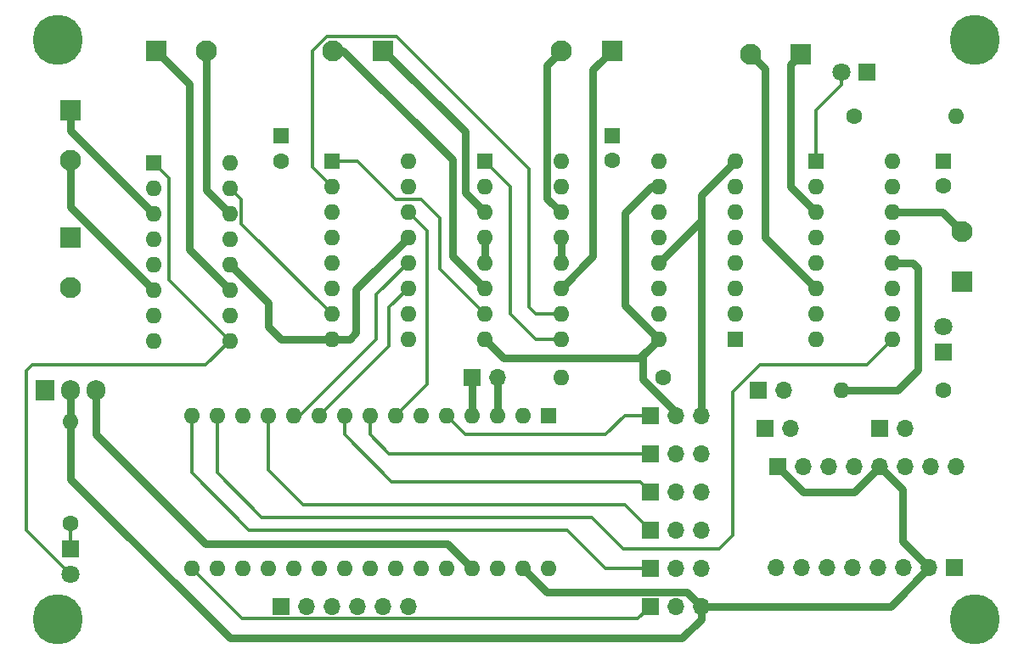
<source format=gbr>
%TF.GenerationSoftware,KiCad,Pcbnew,7.0.2*%
%TF.CreationDate,2023-05-15T21:07:48+08:00*%
%TF.ProjectId,____,5ffb7408-2e6b-4696-9361-645f70636258,rev?*%
%TF.SameCoordinates,Original*%
%TF.FileFunction,Copper,L1,Top*%
%TF.FilePolarity,Positive*%
%FSLAX46Y46*%
G04 Gerber Fmt 4.6, Leading zero omitted, Abs format (unit mm)*
G04 Created by KiCad (PCBNEW 7.0.2) date 2023-05-15 21:07:48*
%MOMM*%
%LPD*%
G01*
G04 APERTURE LIST*
%TA.AperFunction,ComponentPad*%
%ADD10R,1.700000X1.700000*%
%TD*%
%TA.AperFunction,ComponentPad*%
%ADD11O,1.700000X1.700000*%
%TD*%
%TA.AperFunction,ComponentPad*%
%ADD12R,1.600000X1.600000*%
%TD*%
%TA.AperFunction,ComponentPad*%
%ADD13O,1.600000X1.600000*%
%TD*%
%TA.AperFunction,ComponentPad*%
%ADD14R,2.100000X2.100000*%
%TD*%
%TA.AperFunction,ComponentPad*%
%ADD15C,2.100000*%
%TD*%
%TA.AperFunction,ComponentPad*%
%ADD16C,1.600000*%
%TD*%
%TA.AperFunction,ComponentPad*%
%ADD17R,1.800000X1.800000*%
%TD*%
%TA.AperFunction,ComponentPad*%
%ADD18C,1.800000*%
%TD*%
%TA.AperFunction,ComponentPad*%
%ADD19R,1.905000X2.000000*%
%TD*%
%TA.AperFunction,ComponentPad*%
%ADD20O,1.905000X2.000000*%
%TD*%
%TA.AperFunction,ViaPad*%
%ADD21C,5.000000*%
%TD*%
%TA.AperFunction,Conductor*%
%ADD22C,0.762000*%
%TD*%
%TA.AperFunction,Conductor*%
%ADD23C,0.304800*%
%TD*%
G04 APERTURE END LIST*
D10*
%TO.P,J14,1,Pin_1*%
%TO.N,/nano_A0*%
X63500000Y-92710000D03*
D11*
%TO.P,J14,2,Pin_2*%
%TO.N,/nano_A1*%
X66040000Y-92710000D03*
%TO.P,J14,3,Pin_3*%
%TO.N,/nano_A2*%
X68580000Y-92710000D03*
%TO.P,J14,4,Pin_4*%
%TO.N,/nano_A3*%
X71120000Y-92710000D03*
%TO.P,J14,5,Pin_5*%
%TO.N,/nano_A6*%
X73660000Y-92710000D03*
%TO.P,J14,6,Pin_6*%
%TO.N,/nano_A7*%
X76200000Y-92710000D03*
%TD*%
D10*
%TO.P,J7,1,Pin_1*%
%TO.N,GND*%
X123190000Y-74930000D03*
D11*
%TO.P,J7,2,Pin_2*%
%TO.N,/esp32_GPI0*%
X125730000Y-74930000D03*
%TD*%
D12*
%TO.P,U7,1,EN1\u002C2*%
%TO.N,/motor5_speed*%
X116840000Y-48260000D03*
D13*
%TO.P,U7,2,1A*%
%TO.N,/motor5_A*%
X116840000Y-50800000D03*
%TO.P,U7,3,1Y*%
%TO.N,/shoot+*%
X116840000Y-53340000D03*
%TO.P,U7,4,GND*%
%TO.N,GND*%
X116840000Y-55880000D03*
%TO.P,U7,5,GND*%
X116840000Y-58420000D03*
%TO.P,U7,6,2Y*%
%TO.N,/shoot-*%
X116840000Y-60960000D03*
%TO.P,U7,7,2A*%
%TO.N,/motor5_B*%
X116840000Y-63500000D03*
%TO.P,U7,8,VCC2*%
%TO.N,+5V*%
X116840000Y-66040000D03*
%TO.P,U7,9,EN3\u002C4*%
%TO.N,/motor6_speed*%
X124460000Y-66040000D03*
%TO.P,U7,10,3A*%
%TO.N,/motor6_A*%
X124460000Y-63500000D03*
%TO.P,U7,11,3Y*%
%TO.N,/tilt+*%
X124460000Y-60960000D03*
%TO.P,U7,12,GND*%
%TO.N,GND*%
X124460000Y-58420000D03*
%TO.P,U7,13,GND*%
X124460000Y-55880000D03*
%TO.P,U7,14,4Y*%
%TO.N,/tilt-*%
X124460000Y-53340000D03*
%TO.P,U7,15,4A*%
%TO.N,/motor6_B*%
X124460000Y-50800000D03*
%TO.P,U7,16,VCC1*%
%TO.N,+12V*%
X124460000Y-48260000D03*
%TD*%
D14*
%TO.P,J16,1,Pin_1*%
%TO.N,/motorRF+*%
X96520000Y-37236400D03*
D15*
%TO.P,J16,2,Pin_2*%
%TO.N,/motorRF-*%
X91520000Y-37236400D03*
%TD*%
D10*
%TO.P,J4,1,Pin_1*%
%TO.N,/nano_RX*%
X111760000Y-74930000D03*
D11*
%TO.P,J4,2,Pin_2*%
%TO.N,/esp32_TX*%
X114300000Y-74930000D03*
%TD*%
D16*
%TO.P,R2,1*%
%TO.N,Net-(D1-K)*%
X42545000Y-84455000D03*
D13*
%TO.P,R2,2*%
%TO.N,GND*%
X42545000Y-74295000D03*
%TD*%
D12*
%TO.P,U3,1,QB*%
%TO.N,/motor1_B*%
X68580000Y-48260000D03*
D13*
%TO.P,U3,2,QC*%
%TO.N,/motor2_A*%
X68580000Y-50800000D03*
%TO.P,U3,3,QD*%
%TO.N,/motor2_B*%
X68580000Y-53340000D03*
%TO.P,U3,4,QE*%
%TO.N,/motor3_A*%
X68580000Y-55880000D03*
%TO.P,U3,5,QF*%
%TO.N,/motor3_B*%
X68580000Y-58420000D03*
%TO.P,U3,6,QG*%
%TO.N,/motor4_A*%
X68580000Y-60960000D03*
%TO.P,U3,7,QH*%
%TO.N,/motor4_B*%
X68580000Y-63500000D03*
%TO.P,U3,8,GND*%
%TO.N,GND*%
X68580000Y-66040000D03*
%TO.P,U3,9,QH'*%
%TO.N,Net-(U3-QH')*%
X76200000Y-66040000D03*
%TO.P,U3,10,~{SRCLR}*%
%TO.N,+5V*%
X76200000Y-63500000D03*
%TO.P,U3,11,SRCLK*%
%TO.N,/595SCLK*%
X76200000Y-60960000D03*
%TO.P,U3,12,RCLK*%
%TO.N,/595RCLK*%
X76200000Y-58420000D03*
%TO.P,U3,13,~{OE}*%
%TO.N,GND*%
X76200000Y-55880000D03*
%TO.P,U3,14,SER*%
%TO.N,/signal_595*%
X76200000Y-53340000D03*
%TO.P,U3,15,QA*%
%TO.N,/motor1_A*%
X76200000Y-50800000D03*
%TO.P,U3,16,VCC*%
%TO.N,+5V*%
X76200000Y-48260000D03*
%TD*%
D10*
%TO.P,J6,1,Pin_1*%
%TO.N,GND*%
X82550000Y-69850000D03*
D11*
%TO.P,J6,2,Pin_2*%
%TO.N,/nano_reset*%
X85090000Y-69850000D03*
%TD*%
D14*
%TO.P,J15,1,Pin_1*%
%TO.N,/motorLF+*%
X73685400Y-37236400D03*
D15*
%TO.P,J15,2,Pin_2*%
%TO.N,/motorLF-*%
X68685400Y-37236400D03*
%TD*%
D12*
%TO.P,C1,1*%
%TO.N,+12V*%
X63500000Y-45760000D03*
D16*
%TO.P,C1,2*%
%TO.N,GND*%
X63500000Y-48260000D03*
%TD*%
D14*
%TO.P,J18,1,Pin_1*%
%TO.N,/motorRB+*%
X51077100Y-37283200D03*
D15*
%TO.P,J18,2,Pin_2*%
%TO.N,/motorRB-*%
X56077100Y-37283200D03*
%TD*%
D17*
%TO.P,D3,1,K*%
%TO.N,Net-(D3-K)*%
X129540000Y-67310000D03*
D18*
%TO.P,D3,2,A*%
%TO.N,/motor6_speed*%
X129540000Y-64770000D03*
%TD*%
D12*
%TO.P,U4,1,QB*%
%TO.N,/motor5_B*%
X108800000Y-66040000D03*
D13*
%TO.P,U4,2,QC*%
%TO.N,/motor6_A*%
X108800000Y-63500000D03*
%TO.P,U4,3,QD*%
%TO.N,/motor6_B*%
X108800000Y-60960000D03*
%TO.P,U4,4,QE*%
%TO.N,unconnected-(U4-QE-Pad4)*%
X108800000Y-58420000D03*
%TO.P,U4,5,QF*%
%TO.N,unconnected-(U4-QF-Pad5)*%
X108800000Y-55880000D03*
%TO.P,U4,6,QG*%
%TO.N,unconnected-(U4-QG-Pad6)*%
X108800000Y-53340000D03*
%TO.P,U4,7,QH*%
%TO.N,unconnected-(U4-QH-Pad7)*%
X108800000Y-50800000D03*
%TO.P,U4,8,GND*%
%TO.N,GND*%
X108800000Y-48260000D03*
%TO.P,U4,9,QH'*%
%TO.N,unconnected-(U4-QH'-Pad9)*%
X101180000Y-48260000D03*
%TO.P,U4,10,~{SRCLR}*%
%TO.N,+5V*%
X101180000Y-50800000D03*
%TO.P,U4,11,SRCLK*%
%TO.N,/595SCLK*%
X101180000Y-53340000D03*
%TO.P,U4,12,RCLK*%
%TO.N,/595RCLK*%
X101180000Y-55880000D03*
%TO.P,U4,13,~{OE}*%
%TO.N,GND*%
X101180000Y-58420000D03*
%TO.P,U4,14,SER*%
%TO.N,Net-(U3-QH')*%
X101180000Y-60960000D03*
%TO.P,U4,15,QA*%
%TO.N,/motor5_A*%
X101180000Y-63500000D03*
%TO.P,U4,16,VCC*%
%TO.N,+5V*%
X101180000Y-66040000D03*
%TD*%
D12*
%TO.P,C2,1*%
%TO.N,+12V*%
X129540000Y-48260000D03*
D16*
%TO.P,C2,2*%
%TO.N,GND*%
X129540000Y-50760000D03*
%TD*%
D10*
%TO.P,J3,1,Pin_1*%
%TO.N,GND*%
X113030000Y-78740000D03*
D11*
%TO.P,J3,2,Pin_2*%
%TO.N,/esp32_TX*%
X115570000Y-78740000D03*
%TO.P,J3,3,Pin_3*%
%TO.N,/esp32_RX*%
X118110000Y-78740000D03*
%TO.P,J3,4,Pin_4*%
%TO.N,unconnected-(J3-Pin_4-Pad4)*%
X120650000Y-78740000D03*
%TO.P,J3,5,Pin_5*%
%TO.N,GND*%
X123190000Y-78740000D03*
%TO.P,J3,6,Pin_6*%
%TO.N,/esp32_GPI0*%
X125730000Y-78740000D03*
%TO.P,J3,7,Pin_7*%
%TO.N,unconnected-(J3-Pin_7-Pad7)*%
X128270000Y-78740000D03*
%TO.P,J3,8,Pin_8*%
%TO.N,unconnected-(J3-Pin_8-Pad8)*%
X130810000Y-78740000D03*
%TD*%
D10*
%TO.P,J11,1,Pin_1*%
%TO.N,/nano_D9*%
X100330000Y-85090000D03*
D11*
%TO.P,J11,2,Pin_2*%
%TO.N,+5V*%
X102870000Y-85090000D03*
%TO.P,J11,3,Pin_3*%
%TO.N,GND*%
X105410000Y-85090000D03*
%TD*%
D16*
%TO.P,R4,1*%
%TO.N,Net-(D3-K)*%
X129540000Y-71120000D03*
D13*
%TO.P,R4,2*%
%TO.N,GND*%
X119380000Y-71120000D03*
%TD*%
D19*
%TO.P,U2,1,VI*%
%TO.N,+12V*%
X40005000Y-71120000D03*
D20*
%TO.P,U2,2,GND*%
%TO.N,GND*%
X42545000Y-71120000D03*
%TO.P,U2,3,VO*%
%TO.N,+5V*%
X45085000Y-71120000D03*
%TD*%
D10*
%TO.P,J2,1,Pin_1*%
%TO.N,+5V*%
X130708400Y-88849200D03*
D11*
%TO.P,J2,2,Pin_2*%
%TO.N,GND*%
X128168400Y-88849200D03*
%TO.P,J2,3,Pin_3*%
%TO.N,unconnected-(J2-Pin_3-Pad3)*%
X125628400Y-88849200D03*
%TO.P,J2,4,Pin_4*%
%TO.N,/SCL*%
X123088400Y-88849200D03*
%TO.P,J2,5,Pin_5*%
%TO.N,/SDA*%
X120548400Y-88849200D03*
%TO.P,J2,6,Pin_6*%
%TO.N,unconnected-(J2-Pin_6-Pad6)*%
X118008400Y-88849200D03*
%TO.P,J2,7,Pin_7*%
%TO.N,unconnected-(J2-Pin_7-Pad7)*%
X115468400Y-88849200D03*
%TO.P,J2,8,Pin_8*%
%TO.N,unconnected-(J2-Pin_8-Pad8)*%
X112928400Y-88849200D03*
%TD*%
D17*
%TO.P,D1,1,K*%
%TO.N,Net-(D1-K)*%
X42545000Y-86995000D03*
D18*
%TO.P,D1,2,A*%
%TO.N,/wheel_speed*%
X42545000Y-89535000D03*
%TD*%
D10*
%TO.P,J12,1,Pin_1*%
%TO.N,/nano_D12*%
X100330000Y-88900000D03*
D11*
%TO.P,J12,2,Pin_2*%
%TO.N,+5V*%
X102870000Y-88900000D03*
%TO.P,J12,3,Pin_3*%
%TO.N,GND*%
X105410000Y-88900000D03*
%TD*%
D12*
%TO.P,A1,1,D1/TX*%
%TO.N,Net-(A1-D1{slash}TX)*%
X90170000Y-73670000D03*
D13*
%TO.P,A1,2,D0/RX*%
%TO.N,/nano_RX*%
X87630000Y-73670000D03*
%TO.P,A1,3,~{RESET}*%
%TO.N,/nano_reset*%
X85090000Y-73670000D03*
%TO.P,A1,4,GND*%
%TO.N,GND*%
X82550000Y-73670000D03*
%TO.P,A1,5,D2*%
%TO.N,/nano_D2*%
X80010000Y-73670000D03*
%TO.P,A1,6,D3*%
%TO.N,/wheel_speed*%
X77470000Y-73670000D03*
%TO.P,A1,7,D4*%
%TO.N,/signal_595*%
X74930000Y-73670000D03*
%TO.P,A1,8,D5*%
%TO.N,/nano_D5*%
X72390000Y-73670000D03*
%TO.P,A1,9,D6*%
%TO.N,/nano_D6*%
X69850000Y-73670000D03*
%TO.P,A1,10,D7*%
%TO.N,/595SCLK*%
X67310000Y-73670000D03*
%TO.P,A1,11,D8*%
%TO.N,/595RCLK*%
X64770000Y-73670000D03*
%TO.P,A1,12,D9*%
%TO.N,/nano_D9*%
X62230000Y-73670000D03*
%TO.P,A1,13,D10*%
%TO.N,/motor5_speed*%
X59690000Y-73670000D03*
%TO.P,A1,14,D11*%
%TO.N,/motor6_speed*%
X57150000Y-73670000D03*
%TO.P,A1,15,D12*%
%TO.N,/nano_D12*%
X54610000Y-73670000D03*
%TO.P,A1,16,D13*%
%TO.N,/nano_D13*%
X54610000Y-88910000D03*
%TO.P,A1,17,3V3*%
%TO.N,unconnected-(A1-3V3-Pad17)*%
X57150000Y-88910000D03*
%TO.P,A1,18,AREF*%
%TO.N,unconnected-(A1-AREF-Pad18)*%
X59690000Y-88910000D03*
%TO.P,A1,19,A0*%
%TO.N,/nano_A0*%
X62230000Y-88910000D03*
%TO.P,A1,20,A1*%
%TO.N,/nano_A1*%
X64770000Y-88910000D03*
%TO.P,A1,21,A2*%
%TO.N,/nano_A2*%
X67310000Y-88910000D03*
%TO.P,A1,22,A3*%
%TO.N,/nano_A3*%
X69850000Y-88910000D03*
%TO.P,A1,23,A4*%
%TO.N,/SDA*%
X72390000Y-88910000D03*
%TO.P,A1,24,A5*%
%TO.N,/SCL*%
X74930000Y-88910000D03*
%TO.P,A1,25,A6*%
%TO.N,/nano_A6*%
X77470000Y-88910000D03*
%TO.P,A1,26,A7*%
%TO.N,/nano_A7*%
X80010000Y-88910000D03*
%TO.P,A1,27,+5V*%
%TO.N,+5V*%
X82550000Y-88910000D03*
%TO.P,A1,28,~{RESET}*%
%TO.N,unconnected-(A1-~{RESET}-Pad28)*%
X85090000Y-88910000D03*
%TO.P,A1,29,GND*%
%TO.N,GND*%
X87630000Y-88910000D03*
%TO.P,A1,30,VIN*%
%TO.N,unconnected-(A1-VIN-Pad30)*%
X90170000Y-88910000D03*
%TD*%
D16*
%TO.P,R3,1*%
%TO.N,Net-(D2-K)*%
X120650000Y-43815000D03*
D13*
%TO.P,R3,2*%
%TO.N,GND*%
X130810000Y-43815000D03*
%TD*%
D16*
%TO.P,R1,1*%
%TO.N,/nano_TX*%
X101600000Y-69850000D03*
D13*
%TO.P,R1,2*%
%TO.N,Net-(A1-D1{slash}TX)*%
X91440000Y-69850000D03*
%TD*%
D12*
%TO.P,C3,1*%
%TO.N,+12V*%
X96520000Y-45720000D03*
D16*
%TO.P,C3,2*%
%TO.N,GND*%
X96520000Y-48220000D03*
%TD*%
D10*
%TO.P,J9,1,Pin_1*%
%TO.N,/nano_D5*%
X100330000Y-77470000D03*
D11*
%TO.P,J9,2,Pin_2*%
%TO.N,+5V*%
X102870000Y-77470000D03*
%TO.P,J9,3,Pin_3*%
%TO.N,GND*%
X105410000Y-77470000D03*
%TD*%
D14*
%TO.P,J20,1,Pin_1*%
%TO.N,/tilt+*%
X131445000Y-60325000D03*
D15*
%TO.P,J20,2,Pin_2*%
%TO.N,/tilt-*%
X131445000Y-55325000D03*
%TD*%
D10*
%TO.P,J10,1,Pin_1*%
%TO.N,/nano_D6*%
X100330000Y-81280000D03*
D11*
%TO.P,J10,2,Pin_2*%
%TO.N,+5V*%
X102870000Y-81280000D03*
%TO.P,J10,3,Pin_3*%
%TO.N,GND*%
X105410000Y-81280000D03*
%TD*%
D12*
%TO.P,U5,1,EN1\u002C2*%
%TO.N,/wheel_speed*%
X50800000Y-48412400D03*
D13*
%TO.P,U5,2,1A*%
%TO.N,/motor3_A*%
X50800000Y-50952400D03*
%TO.P,U5,3,1Y*%
%TO.N,/motorLB+*%
X50800000Y-53492400D03*
%TO.P,U5,4,GND*%
%TO.N,GND*%
X50800000Y-56032400D03*
%TO.P,U5,5,GND*%
X50800000Y-58572400D03*
%TO.P,U5,6,2Y*%
%TO.N,/motorLB-*%
X50800000Y-61112400D03*
%TO.P,U5,7,2A*%
%TO.N,/motor3_B*%
X50800000Y-63652400D03*
%TO.P,U5,8,VCC2*%
%TO.N,+5V*%
X50800000Y-66192400D03*
%TO.P,U5,9,EN3\u002C4*%
%TO.N,/wheel_speed*%
X58420000Y-66192400D03*
%TO.P,U5,10,3A*%
%TO.N,/motor4_A*%
X58420000Y-63652400D03*
%TO.P,U5,11,3Y*%
%TO.N,/motorRB+*%
X58420000Y-61112400D03*
%TO.P,U5,12,GND*%
%TO.N,GND*%
X58420000Y-58572400D03*
%TO.P,U5,13,GND*%
X58420000Y-56032400D03*
%TO.P,U5,14,4Y*%
%TO.N,/motorRB-*%
X58420000Y-53492400D03*
%TO.P,U5,15,4A*%
%TO.N,/motor4_B*%
X58420000Y-50952400D03*
%TO.P,U5,16,VCC1*%
%TO.N,+12V*%
X58420000Y-48412400D03*
%TD*%
D10*
%TO.P,J13,1,Pin_1*%
%TO.N,/nano_D13*%
X100330000Y-92710000D03*
D11*
%TO.P,J13,2,Pin_2*%
%TO.N,+5V*%
X102870000Y-92710000D03*
%TO.P,J13,3,Pin_3*%
%TO.N,GND*%
X105410000Y-92710000D03*
%TD*%
D14*
%TO.P,J17,1,Pin_1*%
%TO.N,/motorLB+*%
X42545000Y-43220000D03*
D15*
%TO.P,J17,2,Pin_2*%
%TO.N,/motorLB-*%
X42545000Y-48220000D03*
%TD*%
D12*
%TO.P,U6,1,EN1\u002C2*%
%TO.N,/wheel_speed*%
X83820000Y-48260000D03*
D13*
%TO.P,U6,2,1A*%
%TO.N,/motor1_A*%
X83820000Y-50800000D03*
%TO.P,U6,3,1Y*%
%TO.N,/motorLF+*%
X83820000Y-53340000D03*
%TO.P,U6,4,GND*%
%TO.N,GND*%
X83820000Y-55880000D03*
%TO.P,U6,5,GND*%
X83820000Y-58420000D03*
%TO.P,U6,6,2Y*%
%TO.N,/motorLF-*%
X83820000Y-60960000D03*
%TO.P,U6,7,2A*%
%TO.N,/motor1_B*%
X83820000Y-63500000D03*
%TO.P,U6,8,VCC2*%
%TO.N,+5V*%
X83820000Y-66040000D03*
%TO.P,U6,9,EN3\u002C4*%
%TO.N,/wheel_speed*%
X91440000Y-66040000D03*
%TO.P,U6,10,3A*%
%TO.N,/motor2_A*%
X91440000Y-63500000D03*
%TO.P,U6,11,3Y*%
%TO.N,/motorRF+*%
X91440000Y-60960000D03*
%TO.P,U6,12,GND*%
%TO.N,GND*%
X91440000Y-58420000D03*
%TO.P,U6,13,GND*%
X91440000Y-55880000D03*
%TO.P,U6,14,4Y*%
%TO.N,/motorRF-*%
X91440000Y-53340000D03*
%TO.P,U6,15,4A*%
%TO.N,/motor2_B*%
X91440000Y-50800000D03*
%TO.P,U6,16,VCC1*%
%TO.N,+12V*%
X91440000Y-48260000D03*
%TD*%
D10*
%TO.P,J5,1,Pin_1*%
%TO.N,/nano_TX*%
X111125000Y-71120000D03*
D11*
%TO.P,J5,2,Pin_2*%
%TO.N,/esp32_RX*%
X113665000Y-71120000D03*
%TD*%
D14*
%TO.P,J1,1,Pin_1*%
%TO.N,+12V*%
X42545000Y-55880000D03*
D15*
%TO.P,J1,2,Pin_2*%
%TO.N,GND*%
X42545000Y-60880000D03*
%TD*%
D17*
%TO.P,D2,1,K*%
%TO.N,Net-(D2-K)*%
X121925000Y-39370000D03*
D18*
%TO.P,D2,2,A*%
%TO.N,/motor5_speed*%
X119385000Y-39370000D03*
%TD*%
D14*
%TO.P,J19,1,Pin_1*%
%TO.N,/shoot+*%
X115337600Y-37617400D03*
D15*
%TO.P,J19,2,Pin_2*%
%TO.N,/shoot-*%
X110337600Y-37617400D03*
%TD*%
D10*
%TO.P,J8,1,Pin_1*%
%TO.N,/nano_D2*%
X100330000Y-73660000D03*
D11*
%TO.P,J8,2,Pin_2*%
%TO.N,+5V*%
X102870000Y-73660000D03*
%TO.P,J8,3,Pin_3*%
%TO.N,GND*%
X105410000Y-73660000D03*
%TD*%
D21*
%TO.N,*%
X41275000Y-93980000D03*
X41275000Y-36195000D03*
X132715000Y-93980000D03*
X132715000Y-36195000D03*
%TD*%
D22*
%TO.N,GND*%
X101180000Y-58420000D02*
X105410000Y-54190000D01*
X105410000Y-54190000D02*
X105410000Y-53340000D01*
X105410000Y-53340000D02*
X105410000Y-51650000D01*
X105410000Y-73660000D02*
X105410000Y-53340000D01*
X105410000Y-51650000D02*
X108800000Y-48260000D01*
D23*
%TO.N,/nano_D6*%
X99314000Y-80264000D02*
X100330000Y-81280000D01*
X74549000Y-80264000D02*
X99314000Y-80264000D01*
X69850000Y-75565000D02*
X74549000Y-80264000D01*
X69850000Y-73670000D02*
X69850000Y-75565000D01*
D22*
%TO.N,/motorRB+*%
X54356000Y-40562100D02*
X54356000Y-57048400D01*
X51077100Y-37283200D02*
X54356000Y-40562100D01*
X54356000Y-57048400D02*
X58420000Y-61112400D01*
D23*
%TO.N,/wheel_speed*%
X52324000Y-49936400D02*
X50800000Y-48412400D01*
X52324000Y-60096400D02*
X52324000Y-49936400D01*
X58420000Y-66192400D02*
X52324000Y-60096400D01*
D22*
%TO.N,GND*%
X125476000Y-86156800D02*
X128168400Y-88849200D01*
X125476000Y-81026000D02*
X125476000Y-86156800D01*
X123190000Y-78740000D02*
X125476000Y-81026000D01*
D23*
%TO.N,/motor6_speed*%
X57150000Y-79375000D02*
X57150000Y-73670000D01*
X61595000Y-83820000D02*
X57150000Y-79375000D01*
X94488000Y-83820000D02*
X61595000Y-83820000D01*
X107188000Y-86995000D02*
X97663000Y-86995000D01*
X108585000Y-85598000D02*
X107188000Y-86995000D01*
X111260200Y-68580000D02*
X108585000Y-71255200D01*
X121920000Y-68580000D02*
X111260200Y-68580000D01*
X97663000Y-86995000D02*
X94488000Y-83820000D01*
X124460000Y-66040000D02*
X121920000Y-68580000D01*
X108585000Y-71255200D02*
X108585000Y-85598000D01*
D22*
%TO.N,/motorLF-*%
X80645000Y-48133000D02*
X80645000Y-57785000D01*
X69748400Y-37236400D02*
X80645000Y-48133000D01*
X68685400Y-37236400D02*
X69748400Y-37236400D01*
X80645000Y-57785000D02*
X83820000Y-60960000D01*
%TO.N,/motorLF+*%
X81915000Y-51435000D02*
X83820000Y-53340000D01*
X81915000Y-45339000D02*
X81915000Y-51435000D01*
X73812400Y-37236400D02*
X81915000Y-45339000D01*
X73685400Y-37236400D02*
X73812400Y-37236400D01*
%TO.N,/nano_reset*%
X85090000Y-73670000D02*
X85090000Y-69850000D01*
%TO.N,GND*%
X83820000Y-55880000D02*
X83820000Y-58420000D01*
X126492000Y-58420000D02*
X127000000Y-58928000D01*
X63500000Y-66040000D02*
X62230000Y-64770000D01*
X91440000Y-55880000D02*
X91440000Y-58420000D01*
X127000000Y-58928000D02*
X127000000Y-69088000D01*
X115570000Y-81280000D02*
X113030000Y-78740000D01*
X105410000Y-92710000D02*
X105410000Y-93980000D01*
X127000000Y-69088000D02*
X124968000Y-71120000D01*
X70386600Y-66040000D02*
X68580000Y-66040000D01*
X124460000Y-58420000D02*
X126492000Y-58420000D01*
X42545000Y-74295000D02*
X42545000Y-70545500D01*
X103979000Y-91279000D02*
X89999000Y-91279000D01*
X89999000Y-91279000D02*
X87630000Y-88910000D01*
X124307600Y-92710000D02*
X105410000Y-92710000D01*
X58420000Y-95885000D02*
X42545000Y-80010000D01*
X68580000Y-66040000D02*
X63500000Y-66040000D01*
X42545000Y-80010000D02*
X42545000Y-74295000D01*
X128168400Y-88849200D02*
X124307600Y-92710000D01*
X124968000Y-71120000D02*
X119380000Y-71120000D01*
X62230000Y-62382400D02*
X58420000Y-58572400D01*
X120650000Y-81280000D02*
X115570000Y-81280000D01*
X76200000Y-55880000D02*
X71021600Y-61058400D01*
X82550000Y-69850000D02*
X82550000Y-73670000D01*
X105410000Y-92710000D02*
X103979000Y-91279000D01*
X105410000Y-93980000D02*
X103505000Y-95885000D01*
X123190000Y-78740000D02*
X120650000Y-81280000D01*
X62230000Y-64770000D02*
X62230000Y-62382400D01*
X103505000Y-95885000D02*
X58420000Y-95885000D01*
X71021600Y-65405000D02*
X70386600Y-66040000D01*
X71021600Y-61058400D02*
X71021600Y-65405000D01*
D23*
%TO.N,/nano_D2*%
X95885000Y-75565000D02*
X81905000Y-75565000D01*
X100330000Y-73660000D02*
X97790000Y-73660000D01*
X97790000Y-73660000D02*
X95885000Y-75565000D01*
X81905000Y-75565000D02*
X80010000Y-73670000D01*
%TO.N,/wheel_speed*%
X86360000Y-50800000D02*
X86360000Y-63500000D01*
X83820000Y-48260000D02*
X86360000Y-50800000D01*
X86360000Y-63500000D02*
X88900000Y-66040000D01*
X88900000Y-66040000D02*
X91440000Y-66040000D01*
X38735000Y-68580000D02*
X38100000Y-69215000D01*
X38100000Y-69215000D02*
X38100000Y-85090000D01*
X38100000Y-85090000D02*
X42545000Y-89535000D01*
X56032400Y-68580000D02*
X38735000Y-68580000D01*
X58420000Y-66192400D02*
X56032400Y-68580000D01*
%TO.N,/signal_595*%
X78105000Y-55245000D02*
X76200000Y-53340000D01*
X74930000Y-73670000D02*
X78105000Y-70495000D01*
X78105000Y-70495000D02*
X78105000Y-55245000D01*
%TO.N,/nano_D5*%
X72390000Y-75565000D02*
X74295000Y-77470000D01*
X74295000Y-77470000D02*
X100330000Y-77470000D01*
X72390000Y-73670000D02*
X72390000Y-75565000D01*
%TO.N,/595SCLK*%
X74295000Y-66685000D02*
X67310000Y-73670000D01*
X74295000Y-62865000D02*
X74295000Y-66685000D01*
X76200000Y-60960000D02*
X74295000Y-62865000D01*
%TO.N,/595RCLK*%
X73025000Y-61595000D02*
X76200000Y-58420000D01*
X73025000Y-66040000D02*
X73025000Y-61595000D01*
X65395000Y-73670000D02*
X73025000Y-66040000D01*
X64770000Y-73670000D02*
X65395000Y-73670000D01*
%TO.N,/nano_D9*%
X97790000Y-82550000D02*
X65717500Y-82550000D01*
X65717500Y-82550000D02*
X62230000Y-79062500D01*
X100330000Y-85090000D02*
X97790000Y-82550000D01*
X62230000Y-79062500D02*
X62230000Y-73670000D01*
%TO.N,/motor5_speed*%
X119385000Y-39370000D02*
X119385000Y-40635000D01*
X119385000Y-40635000D02*
X116840000Y-43180000D01*
X116840000Y-43180000D02*
X116840000Y-48260000D01*
%TO.N,/nano_D12*%
X60325000Y-85090000D02*
X92075000Y-85090000D01*
X95885000Y-88900000D02*
X100330000Y-88900000D01*
X92075000Y-85090000D02*
X95885000Y-88900000D01*
X54610000Y-79375000D02*
X60325000Y-85090000D01*
X54610000Y-73670000D02*
X54610000Y-79375000D01*
%TO.N,/nano_D13*%
X59612400Y-93912400D02*
X99127600Y-93912400D01*
X99127600Y-93912400D02*
X100330000Y-92710000D01*
X54610000Y-88910000D02*
X59612400Y-93912400D01*
D22*
%TO.N,+5V*%
X101180000Y-66040000D02*
X99568000Y-67652000D01*
X97790000Y-62650000D02*
X97790000Y-53447500D01*
X99275000Y-67945000D02*
X85725000Y-67945000D01*
X102870000Y-73342500D02*
X102870000Y-73660000D01*
X82550000Y-88910000D02*
X80098400Y-86458400D01*
X85725000Y-67945000D02*
X83820000Y-66040000D01*
X101180000Y-66040000D02*
X97790000Y-62650000D01*
X80098400Y-86458400D02*
X55978400Y-86458400D01*
X101180000Y-66040000D02*
X99275000Y-67945000D01*
X55978400Y-86458400D02*
X45085000Y-75565000D01*
X45085000Y-75565000D02*
X45085000Y-71120000D01*
X100437500Y-50800000D02*
X101180000Y-50800000D01*
X99568000Y-67652000D02*
X99568000Y-70040500D01*
X97790000Y-53447500D02*
X100437500Y-50800000D01*
X99568000Y-70040500D02*
X102870000Y-73342500D01*
D23*
%TO.N,/motor1_B*%
X71120000Y-48260000D02*
X68580000Y-48260000D01*
X74930000Y-52070000D02*
X71120000Y-48260000D01*
X79375000Y-53975000D02*
X77470000Y-52070000D01*
X79375000Y-59055000D02*
X79375000Y-53975000D01*
X83820000Y-63500000D02*
X79375000Y-59055000D01*
X77470000Y-52070000D02*
X74930000Y-52070000D01*
%TO.N,/motor2_A*%
X66675000Y-48895000D02*
X68580000Y-50800000D01*
X88900000Y-63500000D02*
X88265000Y-62865000D01*
X75087800Y-35834000D02*
X68104506Y-35834000D01*
X88265000Y-62865000D02*
X88265000Y-49011200D01*
X88265000Y-49011200D02*
X75087800Y-35834000D01*
X66675000Y-37263506D02*
X66675000Y-48895000D01*
X91440000Y-63500000D02*
X88900000Y-63500000D01*
X68104506Y-35834000D02*
X66675000Y-37263506D01*
D22*
%TO.N,/motorRF+*%
X94615000Y-57785000D02*
X91440000Y-60960000D01*
X94615000Y-39141400D02*
X94615000Y-57785000D01*
X96520000Y-37236400D02*
X94615000Y-39141400D01*
%TO.N,/motorRF-*%
X91440000Y-53340000D02*
X90059000Y-51959000D01*
X90059000Y-51959000D02*
X90059000Y-38697400D01*
X90059000Y-38697400D02*
X91520000Y-37236400D01*
D23*
%TO.N,/motor4_B*%
X59572400Y-54492400D02*
X68580000Y-63500000D01*
X59572400Y-52104800D02*
X59572400Y-54492400D01*
X58420000Y-50952400D02*
X59572400Y-52104800D01*
D22*
%TO.N,/motorLB+*%
X50800000Y-53492400D02*
X42545000Y-45237400D01*
X42545000Y-45237400D02*
X42545000Y-43220000D01*
D23*
%TO.N,Net-(D1-K)*%
X42545000Y-84455000D02*
X42545000Y-86995000D01*
D22*
%TO.N,/motorRB-*%
X56077100Y-51149500D02*
X58420000Y-53492400D01*
X56077100Y-37283200D02*
X56077100Y-51149500D01*
%TO.N,/shoot+*%
X115337600Y-37617400D02*
X114300000Y-38655000D01*
X114300000Y-50800000D02*
X116840000Y-53340000D01*
X114300000Y-38655000D02*
X114300000Y-50800000D01*
%TO.N,/shoot-*%
X110337600Y-37617400D02*
X111760000Y-39039800D01*
X111760000Y-39039800D02*
X111760000Y-55880000D01*
X111760000Y-55880000D02*
X116840000Y-60960000D01*
%TO.N,/tilt-*%
X129460000Y-53340000D02*
X131445000Y-55325000D01*
X124460000Y-53340000D02*
X129460000Y-53340000D01*
%TO.N,/motorLB-*%
X42545000Y-52857400D02*
X50800000Y-61112400D01*
X42545000Y-48220000D02*
X42545000Y-52857400D01*
%TD*%
M02*

</source>
